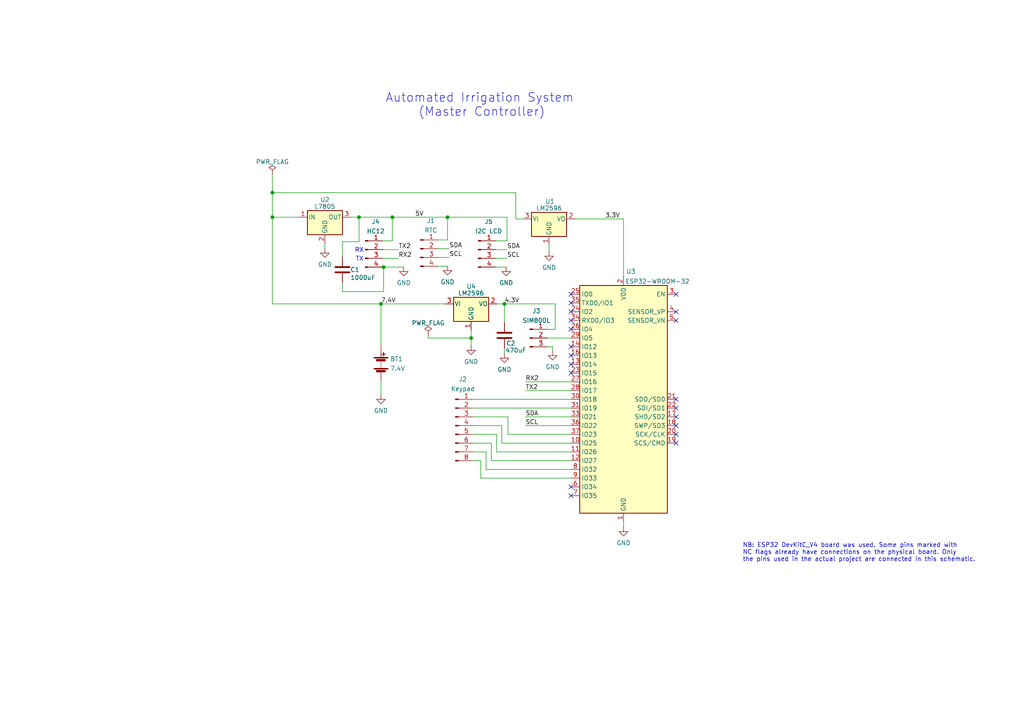
<source format=kicad_sch>
(kicad_sch (version 20211123) (generator eeschema)
  (paper "A4")
  (lib_symbols
    (symbol "Connector:Conn_01x03_Male" (pin_names (offset 1.016) hide)
      (property "Reference" "J" (at 0 5.08 0))
      (property "Value" "Conn_01x03_Male" (at 0 -5.08 0))
      (symbol "Conn_01x03_Male_1_1"
        (polyline (pts (xy 1.27 -2.54) (xy 0.8636 -2.54)) (stroke (width 0.1524)))
        (polyline (pts (xy 1.27 0) (xy 0.8636 0)) (stroke (width 0.1524)))
        (polyline (pts (xy 1.27 2.54) (xy 0.8636 2.54)) (stroke (width 0.1524)))
        (rectangle (start 0.8636 -2.413) (end 0 -2.667) (stroke (width 0.1524)) (fill (type outline)))
        (rectangle (start 0.8636 0.127) (end 0 -0.127) (stroke (width 0.1524)) (fill (type outline)))
        (rectangle (start 0.8636 2.667) (end 0 2.413) (stroke (width 0.1524)) (fill (type outline)))
        (pin passive line (at 5.08 2.54 180) (length 3.81) (name "Pin_1") (number "1"))
        (pin passive line (at 5.08 0 180) (length 3.81) (name "Pin_2") (number "2"))
        (pin passive line (at 5.08 -2.54 180) (length 3.81) (name "Pin_3") (number "3"))
      )
    )
    (symbol "Connector:Conn_01x04_Male" (pin_names (offset 1.016) hide)
      (property "Reference" "J" (at 0 5.08 0))
      (property "Value" "Conn_01x04_Male" (at 0 -7.62 0))
      (symbol "Conn_01x04_Male_1_1"
        (polyline (pts (xy 1.27 -5.08) (xy 0.8636 -5.08)) (stroke (width 0.1524)))
        (polyline (pts (xy 1.27 -2.54) (xy 0.8636 -2.54)) (stroke (width 0.1524)))
        (polyline (pts (xy 1.27 0) (xy 0.8636 0)) (stroke (width 0.1524)))
        (polyline (pts (xy 1.27 2.54) (xy 0.8636 2.54)) (stroke (width 0.1524)))
        (rectangle (start 0.8636 -4.953) (end 0 -5.207) (stroke (width 0.1524)) (fill (type outline)))
        (rectangle (start 0.8636 -2.413) (end 0 -2.667) (stroke (width 0.1524)) (fill (type outline)))
        (rectangle (start 0.8636 0.127) (end 0 -0.127) (stroke (width 0.1524)) (fill (type outline)))
        (rectangle (start 0.8636 2.667) (end 0 2.413) (stroke (width 0.1524)) (fill (type outline)))
        (pin passive line (at 5.08 2.54 180) (length 3.81) (name "Pin_1") (number "1"))
        (pin passive line (at 5.08 0 180) (length 3.81) (name "Pin_2") (number "2"))
        (pin passive line (at 5.08 -2.54 180) (length 3.81) (name "Pin_3") (number "3"))
        (pin passive line (at 5.08 -5.08 180) (length 3.81) (name "Pin_4") (number "4"))
      )
    )
    (symbol "Connector:Conn_01x08_Male" (pin_names (offset 1.016) hide)
      (property "Reference" "J" (at 0 10.16 0))
      (property "Value" "Conn_01x08_Male" (at 0 -12.7 0))
      (symbol "Conn_01x08_Male_1_1"
        (polyline (pts (xy 1.27 -10.16) (xy 0.8636 -10.16)) (stroke (width 0.1524)))
        (polyline (pts (xy 1.27 -7.62) (xy 0.8636 -7.62)) (stroke (width 0.1524)))
        (polyline (pts (xy 1.27 -5.08) (xy 0.8636 -5.08)) (stroke (width 0.1524)))
        (polyline (pts (xy 1.27 -2.54) (xy 0.8636 -2.54)) (stroke (width 0.1524)))
        (polyline (pts (xy 1.27 0) (xy 0.8636 0)) (stroke (width 0.1524)))
        (polyline (pts (xy 1.27 2.54) (xy 0.8636 2.54)) (stroke (width 0.1524)))
        (polyline (pts (xy 1.27 5.08) (xy 0.8636 5.08)) (stroke (width 0.1524)))
        (polyline (pts (xy 1.27 7.62) (xy 0.8636 7.62)) (stroke (width 0.1524)))
        (rectangle (start 0.8636 -10.033) (end 0 -10.287) (stroke (width 0.1524)) (fill (type outline)))
        (rectangle (start 0.8636 -7.493) (end 0 -7.747) (stroke (width 0.1524)) (fill (type outline)))
        (rectangle (start 0.8636 -4.953) (end 0 -5.207) (stroke (width 0.1524)) (fill (type outline)))
        (rectangle (start 0.8636 -2.413) (end 0 -2.667) (stroke (width 0.1524)) (fill (type outline)))
        (rectangle (start 0.8636 0.127) (end 0 -0.127) (stroke (width 0.1524)) (fill (type outline)))
        (rectangle (start 0.8636 2.667) (end 0 2.413) (stroke (width 0.1524)) (fill (type outline)))
        (rectangle (start 0.8636 5.207) (end 0 4.953) (stroke (width 0.1524)) (fill (type outline)))
        (rectangle (start 0.8636 7.747) (end 0 7.493) (stroke (width 0.1524)) (fill (type outline)))
        (pin passive line (at 5.08 7.62 180) (length 3.81) (name "Pin_1") (number "1"))
        (pin passive line (at 5.08 5.08 180) (length 3.81) (name "Pin_2") (number "2"))
        (pin passive line (at 5.08 2.54 180) (length 3.81) (name "Pin_3") (number "3"))
        (pin passive line (at 5.08 0 180) (length 3.81) (name "Pin_4") (number "4"))
        (pin passive line (at 5.08 -2.54 180) (length 3.81) (name "Pin_5") (number "5"))
        (pin passive line (at 5.08 -5.08 180) (length 3.81) (name "Pin_6") (number "6"))
        (pin passive line (at 5.08 -7.62 180) (length 3.81) (name "Pin_7") (number "7"))
        (pin passive line (at 5.08 -10.16 180) (length 3.81) (name "Pin_8") (number "8"))
      )
    )
    (symbol "Device:Battery" (pin_numbers hide) (pin_names (offset 0) hide)
      (property "Reference" "BT" (at 2.54 2.54 0))
      (property "Value" "Battery" (at 2.54 0 0))
      (symbol "Battery_0_1"
        (rectangle (start -2.032 -1.397) (end 2.032 -1.651) (fill (type outline)))
        (rectangle (start -2.032 1.778) (end 2.032 1.524) (fill (type outline)))
        (rectangle (start -1.3208 -1.9812) (end 1.27 -2.4892) (fill (type outline)))
        (rectangle (start -1.3208 1.1938) (end 1.27 0.6858) (fill (type outline)))
        (polyline (pts (xy 0 -1.524) (xy 0 -1.27)))
        (polyline (pts (xy 0 -1.016) (xy 0 -0.762)))
        (polyline (pts (xy 0 -0.508) (xy 0 -0.254)))
        (polyline (pts (xy 0 0) (xy 0 0.254)))
        (polyline (pts (xy 0 0.508) (xy 0 0.762)))
        (polyline (pts (xy 0 1.778) (xy 0 2.54)))
        (polyline (pts (xy 0.254 2.667) (xy 1.27 2.667)) (stroke (width 0.254)))
        (polyline (pts (xy 0.762 3.175) (xy 0.762 2.159)) (stroke (width 0.254)))
      )
      (symbol "Battery_1_1"
        (pin passive line (at 0 5.08 270) (length 2.54) (name "+") (number "1"))
        (pin passive line (at 0 -5.08 90) (length 2.54) (name "-") (number "2"))
      )
    )
    (symbol "Device:C" (pin_numbers hide) (pin_names (offset 0.254))
      (property "Reference" "C" (at 0.635 2.54 0))
      (property "Value" "C" (at 0.635 -2.54 0))
      (symbol "C_0_1"
        (polyline (pts (xy -2.032 -0.762) (xy 2.032 -0.762)) (stroke (width 0.508)))
        (polyline (pts (xy -2.032 0.762) (xy 2.032 0.762)) (stroke (width 0.508)))
      )
      (symbol "C_1_1"
        (pin passive line (at 0 3.81 270) (length 2.794) (name "~") (number "1"))
        (pin passive line (at 0 -3.81 90) (length 2.794) (name "~") (number "2"))
      )
    )
    (symbol "RF_Module:ESP32-WROOM-32"
      (property "Reference" "U" (at -12.7 34.29 0))
      (property "Value" "ESP32-WROOM-32" (at 1.27 34.29 0))
      (symbol "ESP32-WROOM-32_0_1"
        (rectangle (start -12.7 33.02) (end 12.7 -33.02) (stroke (width 0.254)) (fill (type background)))
      )
      (symbol "ESP32-WROOM-32_1_1"
        (pin power_in line (at 0 -35.56 90) (length 2.54) (name "GND") (number "1"))
        (pin bidirectional line (at 15.24 -12.7 180) (length 2.54) (name "IO25") (number "10"))
        (pin bidirectional line (at 15.24 -15.24 180) (length 2.54) (name "IO26") (number "11"))
        (pin bidirectional line (at 15.24 -17.78 180) (length 2.54) (name "IO27") (number "12"))
        (pin bidirectional line (at 15.24 10.16 180) (length 2.54) (name "IO14") (number "13"))
        (pin bidirectional line (at 15.24 15.24 180) (length 2.54) (name "IO12") (number "14"))
        (pin passive line (at 0 -35.56 90) (length 2.54) hide (name "GND") (number "15"))
        (pin bidirectional line (at 15.24 12.7 180) (length 2.54) (name "IO13") (number "16"))
        (pin bidirectional line (at -15.24 -5.08 0) (length 2.54) (name "SHD/SD2") (number "17"))
        (pin bidirectional line (at -15.24 -7.62 0) (length 2.54) (name "SWP/SD3") (number "18"))
        (pin bidirectional line (at -15.24 -12.7 0) (length 2.54) (name "SCS/CMD") (number "19"))
        (pin power_in line (at 0 35.56 270) (length 2.54) (name "VDD") (number "2"))
        (pin bidirectional line (at -15.24 -10.16 0) (length 2.54) (name "SCK/CLK") (number "20"))
        (pin bidirectional line (at -15.24 0 0) (length 2.54) (name "SDO/SD0") (number "21"))
        (pin bidirectional line (at -15.24 -2.54 0) (length 2.54) (name "SDI/SD1") (number "22"))
        (pin bidirectional line (at 15.24 7.62 180) (length 2.54) (name "IO15") (number "23"))
        (pin bidirectional line (at 15.24 25.4 180) (length 2.54) (name "IO2") (number "24"))
        (pin bidirectional line (at 15.24 30.48 180) (length 2.54) (name "IO0") (number "25"))
        (pin bidirectional line (at 15.24 20.32 180) (length 2.54) (name "IO4") (number "26"))
        (pin bidirectional line (at 15.24 5.08 180) (length 2.54) (name "IO16") (number "27"))
        (pin bidirectional line (at 15.24 2.54 180) (length 2.54) (name "IO17") (number "28"))
        (pin bidirectional line (at 15.24 17.78 180) (length 2.54) (name "IO5") (number "29"))
        (pin input line (at -15.24 30.48 0) (length 2.54) (name "EN") (number "3"))
        (pin bidirectional line (at 15.24 0 180) (length 2.54) (name "IO18") (number "30"))
        (pin bidirectional line (at 15.24 -2.54 180) (length 2.54) (name "IO19") (number "31"))
        (pin no_connect line (at -12.7 -27.94 0) (length 2.54) hide (name "NC") (number "32"))
        (pin bidirectional line (at 15.24 -5.08 180) (length 2.54) (name "IO21") (number "33"))
        (pin bidirectional line (at 15.24 22.86 180) (length 2.54) (name "RXD0/IO3") (number "34"))
        (pin bidirectional line (at 15.24 27.94 180) (length 2.54) (name "TXD0/IO1") (number "35"))
        (pin bidirectional line (at 15.24 -7.62 180) (length 2.54) (name "IO22") (number "36"))
        (pin bidirectional line (at 15.24 -10.16 180) (length 2.54) (name "IO23") (number "37"))
        (pin passive line (at 0 -35.56 90) (length 2.54) hide (name "GND") (number "38"))
        (pin passive line (at 0 -35.56 90) (length 2.54) hide (name "GND") (number "39"))
        (pin input line (at -15.24 25.4 0) (length 2.54) (name "SENSOR_VP") (number "4"))
        (pin input line (at -15.24 22.86 0) (length 2.54) (name "SENSOR_VN") (number "5"))
        (pin input line (at 15.24 -25.4 180) (length 2.54) (name "IO34") (number "6"))
        (pin input line (at 15.24 -27.94 180) (length 2.54) (name "IO35") (number "7"))
        (pin bidirectional line (at 15.24 -20.32 180) (length 2.54) (name "IO32") (number "8"))
        (pin bidirectional line (at 15.24 -22.86 180) (length 2.54) (name "IO33") (number "9"))
      )
    )
    (symbol "Regulator_Linear:L7805" (pin_names (offset 0.254))
      (property "Reference" "U" (at -3.81 3.175 0))
      (property "Value" "L7805" (at 0 3.175 0))
      (symbol "L7805_0_1"
        (rectangle (start -5.08 1.905) (end 5.08 -5.08) (stroke (width 0.254)) (fill (type background)))
      )
      (symbol "L7805_1_1"
        (pin power_in line (at -7.62 0 0) (length 2.54) (name "IN") (number "1"))
        (pin power_in line (at 0 -7.62 90) (length 2.54) (name "GND") (number "2"))
        (pin power_out line (at 7.62 0 180) (length 2.54) (name "OUT") (number "3"))
      )
    )
    (symbol "Regulator_Linear:LD1117S33TR_SOT223" (pin_names (offset 0.254))
      (property "Reference" "U" (at -3.81 3.175 0))
      (property "Value" "LD1117S33TR_SOT223" (at 0 3.175 0))
      (symbol "LD1117S33TR_SOT223_0_1"
        (rectangle (start -5.08 -5.08) (end 5.08 1.905) (stroke (width 0.254)) (fill (type background)))
      )
      (symbol "LD1117S33TR_SOT223_1_1"
        (pin power_in line (at 0 -7.62 90) (length 2.54) (name "GND") (number "1"))
        (pin power_out line (at 7.62 0 180) (length 2.54) (name "VO") (number "2"))
        (pin power_in line (at -7.62 0 0) (length 2.54) (name "VI") (number "3"))
      )
    )
    (symbol "power:GND" (power) (pin_names (offset 0))
      (property "Value" "GND" (at 0 -3.81 0))
      (symbol "GND_0_1"
        (polyline (pts (xy 0 0) (xy 0 -1.27) (xy 1.27 -1.27) (xy 0 -2.54) (xy -1.27 -1.27) (xy 0 -1.27)))
      )
      (symbol "GND_1_1"
        (pin power_in line (at 0 0 270) (length 0) hide (name "GND") (number "1"))
      )
    )
    (symbol "power:PWR_FLAG" (power) (pin_numbers hide) (pin_names (offset 0) hide)
      (property "Value" "PWR_FLAG" (at 0 3.81 0))
      (symbol "PWR_FLAG_0_0"
        (pin power_out line (at 0 0 90) (length 0) (name "pwr") (number "1"))
      )
      (symbol "PWR_FLAG_0_1"
        (polyline (pts (xy 0 0) (xy 0 1.27) (xy -1.016 1.905) (xy 0 2.54) (xy 1.016 1.905) (xy 0 1.27)))
      )
    )
  )
  (junction (at 78.994 62.992))
  (junction (at 104.14 62.992))
  (junction (at 129.794 62.992))
  (junction (at 136.652 98.044))
  (junction (at 110.49 88.138))
  (junction (at 146.304 88.138))
  (junction (at 78.994 55.88))
  (junction (at 113.792 62.992))
  (junction (at 111.252 77.47))
  (no_connect (at 196.088 90.424))
  (no_connect (at 196.088 92.964))
  (no_connect (at 196.088 120.904))
  (no_connect (at 196.088 118.364))
  (no_connect (at 196.088 85.344))
  (no_connect (at 196.088 115.824))
  (no_connect (at 196.088 128.524))
  (no_connect (at 196.088 125.984))
  (no_connect (at 196.088 123.444))
  (no_connect (at 165.608 103.124))
  (no_connect (at 165.608 95.504))
  (no_connect (at 165.608 105.664))
  (no_connect (at 165.608 100.584))
  (no_connect (at 165.608 141.224))
  (no_connect (at 165.608 143.764))
  (no_connect (at 165.608 92.964))
  (no_connect (at 165.608 87.884))
  (no_connect (at 165.608 85.344))
  (no_connect (at 165.608 90.424))
  (no_connect (at 165.608 108.204))
  (wire (pts (xy 142.494 133.604) (xy 165.608 133.604)))
  (wire (pts (xy 99.314 74.422) (xy 99.314 70.104)))
  (wire (pts (xy 152.4 113.284) (xy 165.608 113.284)))
  (wire (pts (xy 136.652 98.044) (xy 136.652 100.33)))
  (wire (pts (xy 180.848 151.384) (xy 180.848 152.908)))
  (wire (pts (xy 137.16 125.984) (xy 144.018 125.984)))
  (wire (pts (xy 78.994 55.88) (xy 78.994 62.992)))
  (wire (pts (xy 137.16 115.824) (xy 165.608 115.824)))
  (wire (pts (xy 127 69.596) (xy 129.794 69.596)))
  (wire (pts (xy 144.018 131.064) (xy 144.018 125.984)))
  (wire (pts (xy 124.206 97.282) (xy 124.206 98.044)))
  (wire (pts (xy 127 72.136) (xy 130.302 72.136)))
  (wire (pts (xy 147.066 69.85) (xy 143.764 69.85)))
  (wire (pts (xy 139.446 133.604) (xy 137.16 133.604)))
  (wire (pts (xy 151.638 63.5) (xy 149.606 63.5)))
  (wire (pts (xy 142.494 133.604) (xy 142.494 128.524)))
  (wire (pts (xy 129.032 88.138) (xy 110.49 88.138)))
  (wire (pts (xy 149.606 55.88) (xy 78.994 55.88)))
  (wire (pts (xy 78.994 50.546) (xy 78.994 55.88)))
  (wire (pts (xy 110.49 88.138) (xy 110.49 100.33)))
  (wire (pts (xy 129.794 62.992) (xy 147.066 62.992)))
  (wire (pts (xy 99.314 84.582) (xy 111.252 84.582)))
  (wire (pts (xy 104.14 62.992) (xy 104.14 70.104)))
  (wire (pts (xy 140.97 136.144) (xy 140.97 131.064)))
  (wire (pts (xy 145.542 128.524) (xy 145.542 123.444)))
  (wire (pts (xy 180.848 63.5) (xy 180.848 80.264)))
  (wire (pts (xy 110.998 77.47) (xy 111.252 77.47)))
  (wire (pts (xy 104.14 62.992) (xy 113.792 62.992)))
  (wire (pts (xy 144.018 131.064) (xy 165.608 131.064)))
  (wire (pts (xy 137.16 120.904) (xy 147.32 120.904)))
  (wire (pts (xy 101.854 62.992) (xy 104.14 62.992)))
  (wire (pts (xy 110.998 69.85) (xy 113.792 69.85)))
  (wire (pts (xy 94.234 70.612) (xy 94.234 72.136)))
  (wire (pts (xy 78.994 62.992) (xy 86.614 62.992)))
  (wire (pts (xy 129.794 69.596) (xy 129.794 62.992)))
  (wire (pts (xy 113.792 69.85) (xy 113.792 62.992)))
  (wire (pts (xy 145.542 128.524) (xy 165.608 128.524)))
  (wire (pts (xy 113.792 62.992) (xy 129.794 62.992)))
  (wire (pts (xy 152.4 123.444) (xy 165.608 123.444)))
  (wire (pts (xy 110.998 74.93) (xy 115.57 74.93)))
  (wire (pts (xy 160.274 100.584) (xy 160.274 101.854)))
  (wire (pts (xy 146.304 101.092) (xy 146.304 102.616)))
  (wire (pts (xy 144.272 88.138) (xy 146.304 88.138)))
  (wire (pts (xy 158.75 100.584) (xy 160.274 100.584)))
  (wire (pts (xy 147.32 120.904) (xy 147.32 125.984)))
  (wire (pts (xy 159.258 71.12) (xy 159.258 73.025)))
  (wire (pts (xy 161.036 95.504) (xy 158.75 95.504)))
  (wire (pts (xy 110.49 110.49) (xy 110.49 114.554)))
  (wire (pts (xy 143.764 72.39) (xy 147.066 72.39)))
  (wire (pts (xy 110.998 72.39) (xy 115.57 72.39)))
  (wire (pts (xy 127 77.216) (xy 129.794 77.216)))
  (wire (pts (xy 111.252 84.582) (xy 111.252 77.47)))
  (wire (pts (xy 110.49 88.138) (xy 78.994 88.138)))
  (wire (pts (xy 147.32 125.984) (xy 165.608 125.984)))
  (wire (pts (xy 149.606 63.5) (xy 149.606 55.88)))
  (wire (pts (xy 166.878 63.5) (xy 180.848 63.5)))
  (wire (pts (xy 152.4 120.904) (xy 165.608 120.904)))
  (wire (pts (xy 161.036 88.138) (xy 161.036 95.504)))
  (wire (pts (xy 124.206 98.044) (xy 136.652 98.044)))
  (wire (pts (xy 139.446 138.684) (xy 139.446 133.604)))
  (wire (pts (xy 146.304 88.138) (xy 161.036 88.138)))
  (wire (pts (xy 111.252 77.47) (xy 117.094 77.47)))
  (wire (pts (xy 137.16 123.444) (xy 145.542 123.444)))
  (wire (pts (xy 152.4 110.744) (xy 165.608 110.744)))
  (wire (pts (xy 137.16 118.364) (xy 165.608 118.364)))
  (wire (pts (xy 143.764 74.93) (xy 147.066 74.93)))
  (wire (pts (xy 78.994 88.138) (xy 78.994 62.992)))
  (wire (pts (xy 127 74.676) (xy 130.302 74.676)))
  (wire (pts (xy 147.066 62.992) (xy 147.066 69.85)))
  (wire (pts (xy 143.764 77.47) (xy 146.812 77.47)))
  (wire (pts (xy 139.446 138.684) (xy 165.608 138.684)))
  (wire (pts (xy 137.16 128.524) (xy 142.494 128.524)))
  (wire (pts (xy 99.314 70.104) (xy 104.14 70.104)))
  (wire (pts (xy 146.304 88.138) (xy 146.304 93.472)))
  (wire (pts (xy 137.16 131.064) (xy 140.97 131.064)))
  (wire (pts (xy 158.75 98.044) (xy 165.608 98.044)))
  (wire (pts (xy 136.652 95.758) (xy 136.652 98.044)))
  (wire (pts (xy 140.97 136.144) (xy 165.608 136.144)))
  (wire (pts (xy 99.314 82.042) (xy 99.314 84.582)))
  (text "RX" (at 102.87 73.406 0) (effects (font (size 1.27 1.27)) (justify left bottom)))
  (text "Automated Irrigation System\n	(Master Controller)" (at 111.76 34.036 0) (effects (font (size 2.54 2.54)) (justify left bottom)))
  (text "NB: ESP32 DevKitC_V4 board was used. Some pins marked with\nNC flags already have connections on the physical board. Only\nthe pins used in the actual project are connected in this schematic." (at 215.392 163.068 0) (effects (font (size 1.27 1.27)) (justify left bottom)))
  (text "TX" (at 103.124 75.946 0) (effects (font (size 1.27 1.27)) (justify left bottom)))
  (label "4.3V" (at 146.304 88.138 0))
  (label "TX2" (at 152.4 113.284 0))
  (label "7.4V" (at 110.49 88.138 0))
  (label "SCL" (at 152.4 123.444 0))
  (label "SCL" (at 130.302 74.676 0))
  (label "RX2" (at 115.57 74.93 0))
  (label "3.3V" (at 175.514 63.5 0))
  (label "TX2" (at 115.57 72.39 0))
  (label "SDA" (at 130.302 72.136 0))
  (label "SCL" (at 147.066 74.93 0))
  (label "RX2" (at 152.4 110.744 0))
  (label "SDA" (at 147.066 72.39 0))
  (label "5V" (at 120.396 62.992 0))
  (label "SDA" (at 152.4 120.904 0))
  (symbol (lib_id "power:GND") (at 117.094 77.47 0) (unit 1)
    (property "Reference" "#PWR03" (effects hide))
    (property "Value" "GND" (at 117.094 82.0325 0))
  )
  (symbol (lib_id "Device:Battery") (at 110.49 105.41 0) (unit 1)
    (property "Reference" "BT1" (at 113.157 104.1205 0) (effects (justify left)))
    (property "Value" "7.4V" (at 113.157 106.8956 0) (effects (justify left)))
  )
  (symbol (lib_id "Regulator_Linear:LD1117S33TR_SOT223") (at 136.652 88.138 0) (unit 1)
    (property "Reference" "U4" (at 136.652 83.058 0))
    (property "Value" "LM2596" (at 136.652 85.0416 0))
    (property "Footprint" "Package_TO_SOT_SMD:SOT-223-3_TabPin2" (effects hide))
    (property "Datasheet" "http://www.st.com/st-web-ui/static/active/en/resource/technical/document/datasheet/CD00000544.pdf" (effects hide))
  )
  (symbol (lib_id "power:GND") (at 160.274 101.854 0) (unit 1)
    (property "Reference" "#PWR09" (effects hide))
    (property "Value" "GND" (at 160.274 106.4165 0))
  )
  (symbol (lib_id "power:GND") (at 110.49 114.554 0) (unit 1)
    (property "Reference" "#PWR02" (effects hide))
    (property "Value" "GND" (at 110.49 119.1165 0))
  )
  (symbol (lib_id "power:GND") (at 136.652 100.33 0) (unit 1)
    (property "Reference" "#PWR05" (effects hide))
    (property "Value" "GND" (at 136.652 104.8925 0))
  )
  (symbol (lib_id "Connector:Conn_01x04_Male") (at 121.92 72.136 0) (unit 1)
    (property "Reference" "J1" (at 124.968 64.0269 0))
    (property "Value" "RTC" (at 124.968 66.802 0))
  )
  (symbol (lib_id "power:GND") (at 159.258 73.025 0) (unit 1)
    (property "Reference" "#PWR08" (effects hide))
    (property "Value" "GND" (at 159.258 77.5875 0))
  )
  (symbol (lib_id "Connector:Conn_01x04_Male") (at 105.918 72.39 0) (unit 1)
    (property "Reference" "J4" (at 108.966 64.2809 0))
    (property "Value" "HC12" (at 108.966 67.056 0))
  )
  (symbol (lib_id "power:GND") (at 94.234 72.136 0) (unit 1)
    (property "Reference" "#PWR01" (effects hide))
    (property "Value" "GND" (at 94.234 76.6985 0))
  )
  (symbol (lib_id "Connector:Conn_01x08_Male") (at 132.08 123.444 0) (unit 1)
    (property "Reference" "J2" (at 134.239 110.0009 0))
    (property "Value" "Keypad" (at 134.239 112.776 0))
  )
  (symbol (lib_id "Device:C") (at 99.314 78.232 0) (unit 1)
    (property "Reference" "C1" (at 101.6 78.232 0) (effects (justify left)))
    (property "Value" "1000uF" (at 101.6 80.518 0) (effects (justify left)))
  )
  (symbol (lib_id "power:GND") (at 180.848 152.908 0) (unit 1)
    (property "Reference" "#PWR010" (effects hide))
    (property "Value" "GND" (at 180.848 157.4705 0))
  )
  (symbol (lib_id "Device:C") (at 146.304 97.282 0) (unit 1)
    (property "Reference" "C2" (at 146.812 99.568 0) (effects (justify left)))
    (property "Value" "470uF" (at 146.558 101.6 0) (effects (justify left)))
  )
  (symbol (lib_id "power:GND") (at 146.812 77.47 0) (unit 1)
    (property "Reference" "#PWR07" (effects hide))
    (property "Value" "GND" (at 146.812 82.0325 0))
  )
  (symbol (lib_id "power:GND") (at 146.304 102.616 0) (unit 1)
    (property "Reference" "#PWR06" (effects hide))
    (property "Value" "GND" (at 146.304 107.1785 0))
  )
  (symbol (lib_id "Connector:Conn_01x03_Male") (at 153.67 98.044 0) (unit 1)
    (property "Reference" "J3" (at 155.575 90.1889 0))
    (property "Value" "SIM800L" (at 155.575 92.964 0))
  )
  (symbol (lib_id "Regulator_Linear:L7805") (at 94.234 62.992 0) (unit 1)
    (property "Reference" "U2" (at 94.234 57.912 0))
    (property "Value" "L7805" (at 94.234 59.8956 0))
    (property "Datasheet" "http://www.st.com/content/ccc/resource/technical/document/datasheet/41/4f/b3/b0/12/d4/47/88/CD00000444.pdf/files/CD00000444.pdf/jcr:content/translations/en.CD00000444.pdf" (effects hide))
  )
  (symbol (lib_id "power:PWR_FLAG") (at 124.206 97.282 0) (unit 1)
    (property "Reference" "#FLG0102" (effects hide))
    (property "Value" "PWR_FLAG" (at 124.206 93.6775 0))
  )
  (symbol (lib_id "power:PWR_FLAG") (at 78.994 50.546 0) (unit 1)
    (property "Reference" "#FLG0101" (effects hide))
    (property "Value" "PWR_FLAG" (at 78.994 46.9415 0))
  )
  (symbol (lib_id "RF_Module:ESP32-WROOM-32") (at 180.848 115.824 0) (mirror y) (unit 1)
    (property "Reference" "U3" (at 181.61 78.74 0) (effects (justify right)))
    (property "Value" "ESP32-WROOM-32" (at 181.3686 81.6126 0) (effects (justify right)))
    (property "Footprint" "RF_Module:ESP32-WROOM-32" (effects hide))
    (property "Datasheet" "https://www.espressif.com/sites/default/files/documentation/esp32-wroom-32_datasheet_en.pdf" (effects hide))
  )
  (symbol (lib_id "Connector:Conn_01x04_Male") (at 138.684 72.39 0) (unit 1)
    (property "Reference" "J5" (at 141.732 64.2809 0))
    (property "Value" "I2C LCD" (at 141.732 67.056 0))
  )
  (symbol (lib_id "power:GND") (at 129.794 77.216 0) (unit 1)
    (property "Reference" "#PWR04" (effects hide))
    (property "Value" "GND" (at 129.794 81.7785 0))
  )
  (symbol (lib_id "Regulator_Linear:LD1117S33TR_SOT223") (at 159.258 63.5 0) (unit 1)
    (property "Reference" "U1" (at 159.512 58.42 0))
    (property "Value" "LM2596" (at 159.258 60.4036 0))
    (property "Footprint" "Package_TO_SOT_SMD:SOT-223-3_TabPin2" (effects hide))
    (property "Datasheet" "http://www.st.com/st-web-ui/static/active/en/resource/technical/document/datasheet/CD00000544.pdf" (effects hide))
  )
)
</source>
